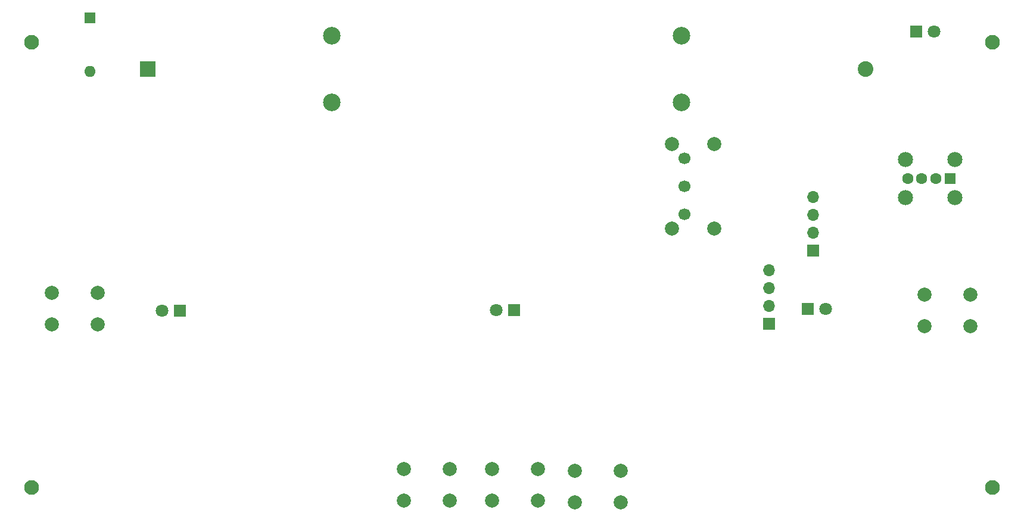
<source format=gbr>
%TF.GenerationSoftware,KiCad,Pcbnew,(6.0.5)*%
%TF.CreationDate,2022-08-19T06:06:55-03:00*%
%TF.ProjectId,chess_clock_proj,63686573-735f-4636-9c6f-636b5f70726f,v1.0*%
%TF.SameCoordinates,Original*%
%TF.FileFunction,Soldermask,Bot*%
%TF.FilePolarity,Negative*%
%FSLAX46Y46*%
G04 Gerber Fmt 4.6, Leading zero omitted, Abs format (unit mm)*
G04 Created by KiCad (PCBNEW (6.0.5)) date 2022-08-19 06:06:55*
%MOMM*%
%LPD*%
G01*
G04 APERTURE LIST*
%ADD10C,2.100000*%
%ADD11R,1.600000X1.600000*%
%ADD12O,1.600000X1.600000*%
%ADD13C,2.000000*%
%ADD14C,1.600000*%
%ADD15C,2.150000*%
%ADD16C,2.500000*%
%ADD17R,2.230000X2.230000*%
%ADD18C,2.230000*%
%ADD19R,1.800000X1.800000*%
%ADD20C,1.800000*%
%ADD21R,1.700000X1.700000*%
%ADD22O,1.700000X1.700000*%
%ADD23C,1.700000*%
G04 APERTURE END LIST*
D10*
%TO.C,H4*%
X216520000Y-125980000D03*
%TD*%
D11*
%TO.C,SW7*%
X88300000Y-59132500D03*
D12*
X88300000Y-66752500D03*
%TD*%
D13*
%TO.C,SW6*%
X157185000Y-123580000D03*
X163685000Y-123580000D03*
X157185000Y-128080000D03*
X163685000Y-128080000D03*
%TD*%
D10*
%TO.C,H1*%
X80020000Y-62580000D03*
%TD*%
D11*
%TO.C,J1*%
X210510000Y-82000000D03*
D14*
X208510000Y-82000000D03*
X206510000Y-82000000D03*
X204510000Y-82000000D03*
D15*
X211240000Y-79280000D03*
X204240000Y-84720000D03*
X204240000Y-79280000D03*
X211240000Y-84720000D03*
%TD*%
D13*
%TO.C,SW2*%
X145435000Y-123330000D03*
X151935000Y-123330000D03*
X151935000Y-127830000D03*
X145435000Y-127830000D03*
%TD*%
D16*
%TO.C,J4*%
X172350000Y-61650000D03*
X122650000Y-61650000D03*
X122650000Y-71150000D03*
X172350000Y-71150000D03*
D17*
X96500000Y-66400000D03*
D18*
X198500000Y-66400000D03*
%TD*%
D13*
%TO.C,SW4*%
X139435000Y-123330000D03*
X132935000Y-123330000D03*
X132935000Y-127830000D03*
X139435000Y-127830000D03*
%TD*%
D10*
%TO.C,H2*%
X216520000Y-62580000D03*
%TD*%
D19*
%TO.C,D4*%
X205725000Y-61100000D03*
D20*
X208265000Y-61100000D03*
%TD*%
D21*
%TO.C,J2*%
X184842500Y-102622500D03*
D22*
X184842500Y-100082500D03*
X184842500Y-97542500D03*
X184842500Y-95002500D03*
%TD*%
D21*
%TO.C,J3*%
X191100000Y-92200000D03*
D22*
X191100000Y-89660000D03*
X191100000Y-87120000D03*
X191100000Y-84580000D03*
%TD*%
D19*
%TO.C,D3*%
X190292500Y-100542500D03*
D20*
X192832500Y-100542500D03*
%TD*%
D13*
%TO.C,SW5*%
X206900000Y-103000000D03*
X213400000Y-103000000D03*
X213400000Y-98500000D03*
X206900000Y-98500000D03*
%TD*%
%TO.C,SW1*%
X177050000Y-77100000D03*
X171050000Y-89100000D03*
X177050000Y-89100000D03*
X171050000Y-77100000D03*
D23*
X172800000Y-87100000D03*
X172800000Y-83100000D03*
X172800000Y-79100000D03*
%TD*%
D19*
%TO.C,D2*%
X101075000Y-100800000D03*
D20*
X98535000Y-100800000D03*
%TD*%
D19*
%TO.C,D1*%
X148575000Y-100700000D03*
D20*
X146035000Y-100700000D03*
%TD*%
D10*
%TO.C,H3*%
X80020000Y-125980000D03*
%TD*%
D13*
%TO.C,SW3*%
X89360000Y-102750000D03*
X82860000Y-102750000D03*
X89360000Y-98250000D03*
X82860000Y-98250000D03*
%TD*%
M02*

</source>
